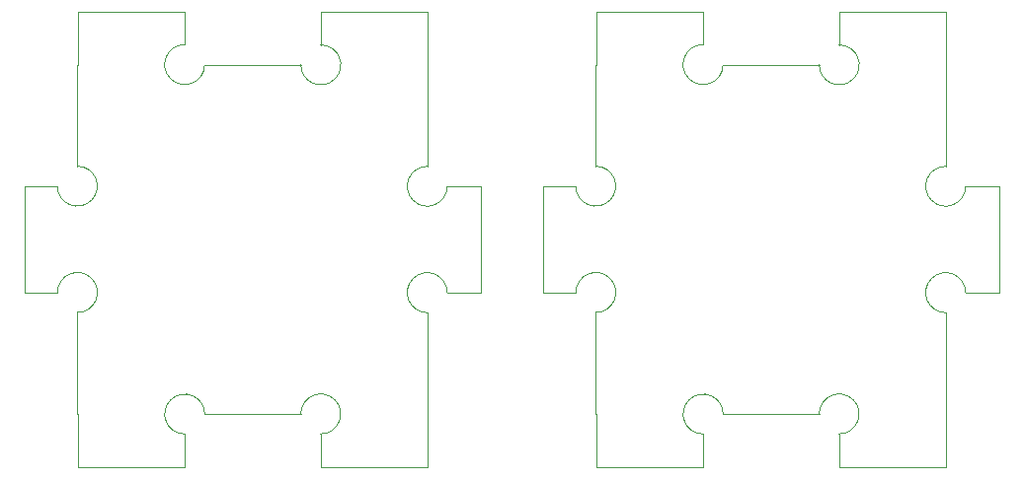
<source format=gbr>
G04 #@! TF.GenerationSoftware,KiCad,Pcbnew,(5.1.2-1)-1*
G04 #@! TF.CreationDate,2019-05-15T15:11:43-07:00*
G04 #@! TF.ProjectId,Box2TopBot,426f7832-546f-4704-926f-742e6b696361,rev?*
G04 #@! TF.SameCoordinates,Original*
G04 #@! TF.FileFunction,Profile,NP*
%FSLAX46Y46*%
G04 Gerber Fmt 4.6, Leading zero omitted, Abs format (unit mm)*
G04 Created by KiCad (PCBNEW (5.1.2-1)-1) date 2019-05-15 15:11:43*
%MOMM*%
%LPD*%
G04 APERTURE LIST*
%ADD10C,0.050800*%
G04 APERTURE END LIST*
D10*
X141008321Y-28688004D02*
X141008321Y-37394154D01*
X141057876Y-63259994D02*
X150201876Y-63259994D01*
X136485876Y-39116025D02*
X136485876Y-48260000D01*
X151923579Y-58688021D02*
X160155032Y-58688021D01*
X150201876Y-63259994D02*
X150201876Y-60401985D01*
X171008312Y-63259994D02*
X171008312Y-49973735D01*
X175580337Y-39116025D02*
X172721467Y-39116025D01*
X141057876Y-24116004D02*
X141057876Y-28688004D01*
X171008312Y-24116004D02*
X161864337Y-24116004D01*
X141008321Y-58688021D02*
X141057876Y-58688021D01*
X150201876Y-26952924D02*
X150201876Y-24116004D01*
X139298596Y-48260000D02*
G75*
G02X141008321Y-49953694I1714373J20799D01*
G01*
X139287625Y-39116025D02*
X136485876Y-39116025D01*
X160155031Y-58688020D02*
G75*
G02X161864337Y-60391975I1714469J10538D01*
G01*
X161864337Y-60391975D02*
X161864337Y-63259994D01*
X175580337Y-48260000D02*
X175580337Y-39116025D01*
X161864337Y-63259994D02*
X171008312Y-63259994D01*
X172721468Y-39116025D02*
G75*
G02X171008312Y-37401260I-1714501J265D01*
G01*
X171008312Y-49973734D02*
G75*
G02X172720000Y-48260000I-2811J1714497D01*
G01*
X150201876Y-60401985D02*
G75*
G02X151923579Y-58688021I7203J1714485D01*
G01*
X160163474Y-28688004D02*
X151918985Y-28688004D01*
X136485876Y-48260000D02*
X139298595Y-48260000D01*
X141008321Y-37394154D02*
G75*
G02X139287625Y-39116025I-6212J-1714489D01*
G01*
X141008321Y-49953694D02*
X141008321Y-58688021D01*
X141057876Y-28688004D02*
X141008321Y-28688004D01*
X161864338Y-26972285D02*
G75*
G02X160163474Y-28688004I13635J-1714445D01*
G01*
X171008312Y-37401260D02*
X171008312Y-24116004D01*
X161864337Y-24116004D02*
X161864337Y-26972284D01*
X150201876Y-24116004D02*
X141057876Y-24116004D01*
X141057876Y-58688021D02*
X141057876Y-63259994D01*
X151918983Y-28688004D02*
G75*
G02X150201876Y-26952924I-1714375J20583D01*
G01*
X172720000Y-48260000D02*
X175580337Y-48260000D01*
X96558321Y-28688004D02*
X96558321Y-37394154D01*
X96607876Y-63259994D02*
X105751876Y-63259994D01*
X92035876Y-39116025D02*
X92035876Y-48260000D01*
X107473579Y-58688021D02*
X115705032Y-58688021D01*
X105751876Y-63259994D02*
X105751876Y-60401985D01*
X126558312Y-63259994D02*
X126558312Y-49973735D01*
X131130337Y-39116025D02*
X128271467Y-39116025D01*
X96607876Y-24116004D02*
X96607876Y-28688004D01*
X126558312Y-24116004D02*
X117414337Y-24116004D01*
X96558321Y-58688021D02*
X96607876Y-58688021D01*
X105751876Y-26952924D02*
X105751876Y-24116004D01*
X94848596Y-48260000D02*
G75*
G02X96558321Y-49953694I1714373J20799D01*
G01*
X94837625Y-39116025D02*
X92035876Y-39116025D01*
X115705031Y-58688020D02*
G75*
G02X117414337Y-60391975I1714469J10538D01*
G01*
X117414337Y-60391975D02*
X117414337Y-63259994D01*
X131130337Y-48260000D02*
X131130337Y-39116025D01*
X117414337Y-63259994D02*
X126558312Y-63259994D01*
X128271468Y-39116025D02*
G75*
G02X126558312Y-37401260I-1714501J265D01*
G01*
X126558312Y-49973734D02*
G75*
G02X128270000Y-48260000I-2811J1714497D01*
G01*
X105751876Y-60401985D02*
G75*
G02X107473579Y-58688021I7203J1714485D01*
G01*
X115713474Y-28688004D02*
X107468985Y-28688004D01*
X92035876Y-48260000D02*
X94848595Y-48260000D01*
X96558321Y-37394154D02*
G75*
G02X94837625Y-39116025I-6212J-1714489D01*
G01*
X96558321Y-49953694D02*
X96558321Y-58688021D01*
X96607876Y-28688004D02*
X96558321Y-28688004D01*
X117414338Y-26972285D02*
G75*
G02X115713474Y-28688004I13635J-1714445D01*
G01*
X126558312Y-37401260D02*
X126558312Y-24116004D01*
X117414337Y-24116004D02*
X117414337Y-26972284D01*
X105751876Y-24116004D02*
X96607876Y-24116004D01*
X96607876Y-58688021D02*
X96607876Y-63259994D01*
X107468983Y-28688004D02*
G75*
G02X105751876Y-26952924I-1714375J20583D01*
G01*
X128270000Y-48260000D02*
X131130337Y-48260000D01*
M02*

</source>
